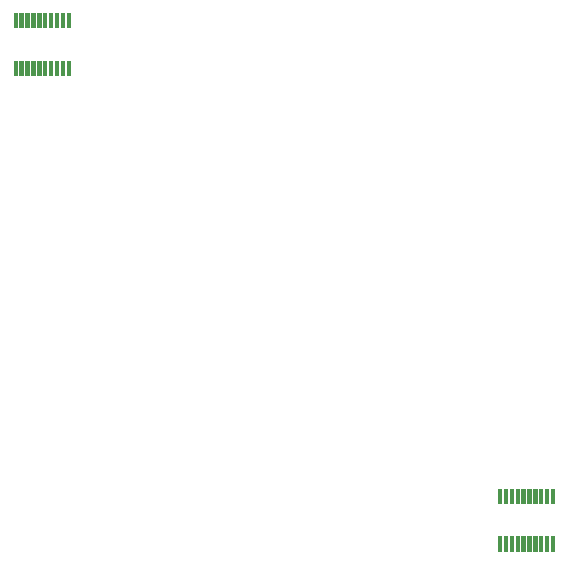
<source format=gbr>
%TF.GenerationSoftware,KiCad,Pcbnew,(7.0.0)*%
%TF.CreationDate,2023-12-08T21:12:49-05:00*%
%TF.ProjectId,Coaster-Graphics,436f6173-7465-4722-9d47-726170686963,rev?*%
%TF.SameCoordinates,Original*%
%TF.FileFunction,Paste,Bot*%
%TF.FilePolarity,Positive*%
%FSLAX46Y46*%
G04 Gerber Fmt 4.6, Leading zero omitted, Abs format (unit mm)*
G04 Created by KiCad (PCBNEW (7.0.0)) date 2023-12-08 21:12:49*
%MOMM*%
%LPD*%
G01*
G04 APERTURE LIST*
%ADD10C,0.010000*%
G04 APERTURE END LIST*
%TO.C,J2*%
G36*
X177680000Y-101762566D02*
G01*
X177400000Y-101762566D01*
X177400000Y-100562566D01*
X177680000Y-100562566D01*
X177680000Y-101762566D01*
G37*
D10*
X177680000Y-101762566D02*
X177400000Y-101762566D01*
X177400000Y-100562566D01*
X177680000Y-100562566D01*
X177680000Y-101762566D01*
G36*
X177680000Y-97762566D02*
G01*
X177400000Y-97762566D01*
X177400000Y-96562566D01*
X177680000Y-96562566D01*
X177680000Y-97762566D01*
G37*
X177680000Y-97762566D02*
X177400000Y-97762566D01*
X177400000Y-96562566D01*
X177680000Y-96562566D01*
X177680000Y-97762566D01*
G36*
X178180000Y-101762566D02*
G01*
X177900000Y-101762566D01*
X177900000Y-100562566D01*
X178180000Y-100562566D01*
X178180000Y-101762566D01*
G37*
X178180000Y-101762566D02*
X177900000Y-101762566D01*
X177900000Y-100562566D01*
X178180000Y-100562566D01*
X178180000Y-101762566D01*
G36*
X178180000Y-97762566D02*
G01*
X177900000Y-97762566D01*
X177900000Y-96562566D01*
X178180000Y-96562566D01*
X178180000Y-97762566D01*
G37*
X178180000Y-97762566D02*
X177900000Y-97762566D01*
X177900000Y-96562566D01*
X178180000Y-96562566D01*
X178180000Y-97762566D01*
G36*
X178680000Y-101762566D02*
G01*
X178400000Y-101762566D01*
X178400000Y-100562566D01*
X178680000Y-100562566D01*
X178680000Y-101762566D01*
G37*
X178680000Y-101762566D02*
X178400000Y-101762566D01*
X178400000Y-100562566D01*
X178680000Y-100562566D01*
X178680000Y-101762566D01*
G36*
X178680000Y-97762566D02*
G01*
X178400000Y-97762566D01*
X178400000Y-96562566D01*
X178680000Y-96562566D01*
X178680000Y-97762566D01*
G37*
X178680000Y-97762566D02*
X178400000Y-97762566D01*
X178400000Y-96562566D01*
X178680000Y-96562566D01*
X178680000Y-97762566D01*
G36*
X179180000Y-101762566D02*
G01*
X178900000Y-101762566D01*
X178900000Y-100562566D01*
X179180000Y-100562566D01*
X179180000Y-101762566D01*
G37*
X179180000Y-101762566D02*
X178900000Y-101762566D01*
X178900000Y-100562566D01*
X179180000Y-100562566D01*
X179180000Y-101762566D01*
G36*
X179180000Y-97762566D02*
G01*
X178900000Y-97762566D01*
X178900000Y-96562566D01*
X179180000Y-96562566D01*
X179180000Y-97762566D01*
G37*
X179180000Y-97762566D02*
X178900000Y-97762566D01*
X178900000Y-96562566D01*
X179180000Y-96562566D01*
X179180000Y-97762566D01*
G36*
X179680000Y-101762566D02*
G01*
X179400000Y-101762566D01*
X179400000Y-100562566D01*
X179680000Y-100562566D01*
X179680000Y-101762566D01*
G37*
X179680000Y-101762566D02*
X179400000Y-101762566D01*
X179400000Y-100562566D01*
X179680000Y-100562566D01*
X179680000Y-101762566D01*
G36*
X179680000Y-97762566D02*
G01*
X179400000Y-97762566D01*
X179400000Y-96562566D01*
X179680000Y-96562566D01*
X179680000Y-97762566D01*
G37*
X179680000Y-97762566D02*
X179400000Y-97762566D01*
X179400000Y-96562566D01*
X179680000Y-96562566D01*
X179680000Y-97762566D01*
G36*
X180180000Y-101762566D02*
G01*
X179900000Y-101762566D01*
X179900000Y-100562566D01*
X180180000Y-100562566D01*
X180180000Y-101762566D01*
G37*
X180180000Y-101762566D02*
X179900000Y-101762566D01*
X179900000Y-100562566D01*
X180180000Y-100562566D01*
X180180000Y-101762566D01*
G36*
X180180000Y-97762566D02*
G01*
X179900000Y-97762566D01*
X179900000Y-96562566D01*
X180180000Y-96562566D01*
X180180000Y-97762566D01*
G37*
X180180000Y-97762566D02*
X179900000Y-97762566D01*
X179900000Y-96562566D01*
X180180000Y-96562566D01*
X180180000Y-97762566D01*
G36*
X180680000Y-101762566D02*
G01*
X180400000Y-101762566D01*
X180400000Y-100562566D01*
X180680000Y-100562566D01*
X180680000Y-101762566D01*
G37*
X180680000Y-101762566D02*
X180400000Y-101762566D01*
X180400000Y-100562566D01*
X180680000Y-100562566D01*
X180680000Y-101762566D01*
G36*
X180680000Y-97762566D02*
G01*
X180400000Y-97762566D01*
X180400000Y-96562566D01*
X180680000Y-96562566D01*
X180680000Y-97762566D01*
G37*
X180680000Y-97762566D02*
X180400000Y-97762566D01*
X180400000Y-96562566D01*
X180680000Y-96562566D01*
X180680000Y-97762566D01*
G36*
X181180000Y-101762566D02*
G01*
X180900000Y-101762566D01*
X180900000Y-100562566D01*
X181180000Y-100562566D01*
X181180000Y-101762566D01*
G37*
X181180000Y-101762566D02*
X180900000Y-101762566D01*
X180900000Y-100562566D01*
X181180000Y-100562566D01*
X181180000Y-101762566D01*
G36*
X181180000Y-97762566D02*
G01*
X180900000Y-97762566D01*
X180900000Y-96562566D01*
X181180000Y-96562566D01*
X181180000Y-97762566D01*
G37*
X181180000Y-97762566D02*
X180900000Y-97762566D01*
X180900000Y-96562566D01*
X181180000Y-96562566D01*
X181180000Y-97762566D01*
G36*
X181680000Y-101762566D02*
G01*
X181400000Y-101762566D01*
X181400000Y-100562566D01*
X181680000Y-100562566D01*
X181680000Y-101762566D01*
G37*
X181680000Y-101762566D02*
X181400000Y-101762566D01*
X181400000Y-100562566D01*
X181680000Y-100562566D01*
X181680000Y-101762566D01*
G36*
X181680000Y-97762566D02*
G01*
X181400000Y-97762566D01*
X181400000Y-96562566D01*
X181680000Y-96562566D01*
X181680000Y-97762566D01*
G37*
X181680000Y-97762566D02*
X181400000Y-97762566D01*
X181400000Y-96562566D01*
X181680000Y-96562566D01*
X181680000Y-97762566D01*
G36*
X182180000Y-101762566D02*
G01*
X181900000Y-101762566D01*
X181900000Y-100562566D01*
X182180000Y-100562566D01*
X182180000Y-101762566D01*
G37*
X182180000Y-101762566D02*
X181900000Y-101762566D01*
X181900000Y-100562566D01*
X182180000Y-100562566D01*
X182180000Y-101762566D01*
G36*
X182180000Y-97762566D02*
G01*
X181900000Y-97762566D01*
X181900000Y-96562566D01*
X182180000Y-96562566D01*
X182180000Y-97762566D01*
G37*
X182180000Y-97762566D02*
X181900000Y-97762566D01*
X181900000Y-96562566D01*
X182180000Y-96562566D01*
X182180000Y-97762566D01*
%TO.C,J1*%
G36*
X141179934Y-57480000D02*
G01*
X140899934Y-57480000D01*
X140899934Y-56280000D01*
X141179934Y-56280000D01*
X141179934Y-57480000D01*
G37*
X141179934Y-57480000D02*
X140899934Y-57480000D01*
X140899934Y-56280000D01*
X141179934Y-56280000D01*
X141179934Y-57480000D01*
G36*
X141179934Y-61480000D02*
G01*
X140899934Y-61480000D01*
X140899934Y-60280000D01*
X141179934Y-60280000D01*
X141179934Y-61480000D01*
G37*
X141179934Y-61480000D02*
X140899934Y-61480000D01*
X140899934Y-60280000D01*
X141179934Y-60280000D01*
X141179934Y-61480000D01*
G36*
X140679934Y-57480000D02*
G01*
X140399934Y-57480000D01*
X140399934Y-56280000D01*
X140679934Y-56280000D01*
X140679934Y-57480000D01*
G37*
X140679934Y-57480000D02*
X140399934Y-57480000D01*
X140399934Y-56280000D01*
X140679934Y-56280000D01*
X140679934Y-57480000D01*
G36*
X140679934Y-61480000D02*
G01*
X140399934Y-61480000D01*
X140399934Y-60280000D01*
X140679934Y-60280000D01*
X140679934Y-61480000D01*
G37*
X140679934Y-61480000D02*
X140399934Y-61480000D01*
X140399934Y-60280000D01*
X140679934Y-60280000D01*
X140679934Y-61480000D01*
G36*
X140179934Y-57480000D02*
G01*
X139899934Y-57480000D01*
X139899934Y-56280000D01*
X140179934Y-56280000D01*
X140179934Y-57480000D01*
G37*
X140179934Y-57480000D02*
X139899934Y-57480000D01*
X139899934Y-56280000D01*
X140179934Y-56280000D01*
X140179934Y-57480000D01*
G36*
X140179934Y-61480000D02*
G01*
X139899934Y-61480000D01*
X139899934Y-60280000D01*
X140179934Y-60280000D01*
X140179934Y-61480000D01*
G37*
X140179934Y-61480000D02*
X139899934Y-61480000D01*
X139899934Y-60280000D01*
X140179934Y-60280000D01*
X140179934Y-61480000D01*
G36*
X139679934Y-57480000D02*
G01*
X139399934Y-57480000D01*
X139399934Y-56280000D01*
X139679934Y-56280000D01*
X139679934Y-57480000D01*
G37*
X139679934Y-57480000D02*
X139399934Y-57480000D01*
X139399934Y-56280000D01*
X139679934Y-56280000D01*
X139679934Y-57480000D01*
G36*
X139679934Y-61480000D02*
G01*
X139399934Y-61480000D01*
X139399934Y-60280000D01*
X139679934Y-60280000D01*
X139679934Y-61480000D01*
G37*
X139679934Y-61480000D02*
X139399934Y-61480000D01*
X139399934Y-60280000D01*
X139679934Y-60280000D01*
X139679934Y-61480000D01*
G36*
X139179934Y-57480000D02*
G01*
X138899934Y-57480000D01*
X138899934Y-56280000D01*
X139179934Y-56280000D01*
X139179934Y-57480000D01*
G37*
X139179934Y-57480000D02*
X138899934Y-57480000D01*
X138899934Y-56280000D01*
X139179934Y-56280000D01*
X139179934Y-57480000D01*
G36*
X139179934Y-61480000D02*
G01*
X138899934Y-61480000D01*
X138899934Y-60280000D01*
X139179934Y-60280000D01*
X139179934Y-61480000D01*
G37*
X139179934Y-61480000D02*
X138899934Y-61480000D01*
X138899934Y-60280000D01*
X139179934Y-60280000D01*
X139179934Y-61480000D01*
G36*
X138679934Y-57480000D02*
G01*
X138399934Y-57480000D01*
X138399934Y-56280000D01*
X138679934Y-56280000D01*
X138679934Y-57480000D01*
G37*
X138679934Y-57480000D02*
X138399934Y-57480000D01*
X138399934Y-56280000D01*
X138679934Y-56280000D01*
X138679934Y-57480000D01*
G36*
X138679934Y-61480000D02*
G01*
X138399934Y-61480000D01*
X138399934Y-60280000D01*
X138679934Y-60280000D01*
X138679934Y-61480000D01*
G37*
X138679934Y-61480000D02*
X138399934Y-61480000D01*
X138399934Y-60280000D01*
X138679934Y-60280000D01*
X138679934Y-61480000D01*
G36*
X138179934Y-57480000D02*
G01*
X137899934Y-57480000D01*
X137899934Y-56280000D01*
X138179934Y-56280000D01*
X138179934Y-57480000D01*
G37*
X138179934Y-57480000D02*
X137899934Y-57480000D01*
X137899934Y-56280000D01*
X138179934Y-56280000D01*
X138179934Y-57480000D01*
G36*
X138179934Y-61480000D02*
G01*
X137899934Y-61480000D01*
X137899934Y-60280000D01*
X138179934Y-60280000D01*
X138179934Y-61480000D01*
G37*
X138179934Y-61480000D02*
X137899934Y-61480000D01*
X137899934Y-60280000D01*
X138179934Y-60280000D01*
X138179934Y-61480000D01*
G36*
X137679934Y-57480000D02*
G01*
X137399934Y-57480000D01*
X137399934Y-56280000D01*
X137679934Y-56280000D01*
X137679934Y-57480000D01*
G37*
X137679934Y-57480000D02*
X137399934Y-57480000D01*
X137399934Y-56280000D01*
X137679934Y-56280000D01*
X137679934Y-57480000D01*
G36*
X137679934Y-61480000D02*
G01*
X137399934Y-61480000D01*
X137399934Y-60280000D01*
X137679934Y-60280000D01*
X137679934Y-61480000D01*
G37*
X137679934Y-61480000D02*
X137399934Y-61480000D01*
X137399934Y-60280000D01*
X137679934Y-60280000D01*
X137679934Y-61480000D01*
G36*
X137179934Y-57480000D02*
G01*
X136899934Y-57480000D01*
X136899934Y-56280000D01*
X137179934Y-56280000D01*
X137179934Y-57480000D01*
G37*
X137179934Y-57480000D02*
X136899934Y-57480000D01*
X136899934Y-56280000D01*
X137179934Y-56280000D01*
X137179934Y-57480000D01*
G36*
X137179934Y-61480000D02*
G01*
X136899934Y-61480000D01*
X136899934Y-60280000D01*
X137179934Y-60280000D01*
X137179934Y-61480000D01*
G37*
X137179934Y-61480000D02*
X136899934Y-61480000D01*
X136899934Y-60280000D01*
X137179934Y-60280000D01*
X137179934Y-61480000D01*
G36*
X136679934Y-57480000D02*
G01*
X136399934Y-57480000D01*
X136399934Y-56280000D01*
X136679934Y-56280000D01*
X136679934Y-57480000D01*
G37*
X136679934Y-57480000D02*
X136399934Y-57480000D01*
X136399934Y-56280000D01*
X136679934Y-56280000D01*
X136679934Y-57480000D01*
G36*
X136679934Y-61480000D02*
G01*
X136399934Y-61480000D01*
X136399934Y-60280000D01*
X136679934Y-60280000D01*
X136679934Y-61480000D01*
G37*
X136679934Y-61480000D02*
X136399934Y-61480000D01*
X136399934Y-60280000D01*
X136679934Y-60280000D01*
X136679934Y-61480000D01*
%TD*%
M02*

</source>
